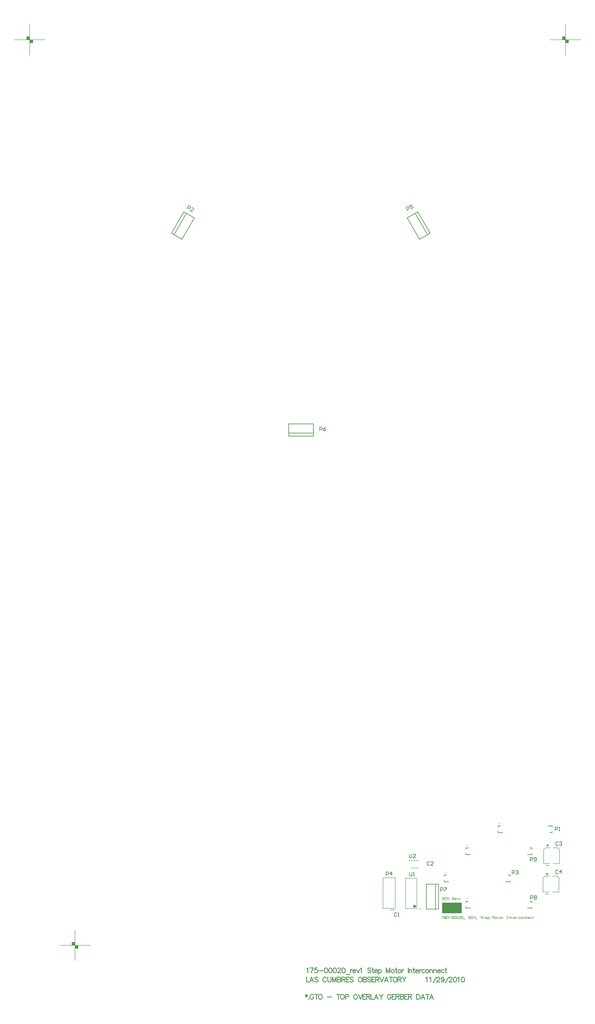
<source format=gto>
%FSLAX23Y23*%
%MOIN*%
G70*
G01*
G75*
G04 Layer_Color=65535*
%ADD10R,0.050X0.050*%
%ADD11R,0.030X0.125*%
%ADD12R,0.022X0.085*%
%ADD13O,0.024X0.010*%
%ADD14R,0.071X0.075*%
%ADD15O,0.069X0.012*%
%ADD16R,0.050X0.050*%
%ADD17C,0.030*%
%ADD18C,0.020*%
%ADD19C,0.010*%
%ADD20C,0.005*%
%ADD21C,0.012*%
%ADD22C,0.008*%
%ADD23C,0.012*%
%ADD24C,0.012*%
%ADD25C,0.134*%
%ADD26P,0.084X4X165.0*%
%ADD27C,0.059*%
%ADD28R,0.059X0.059*%
%ADD29R,0.059X0.059*%
%ADD30C,0.047*%
%ADD31C,0.024*%
%ADD32P,0.084X4X285.0*%
%ADD33C,0.050*%
%ADD34C,0.040*%
%ADD35C,0.174*%
%ADD36C,0.075*%
%ADD37C,0.087*%
G04:AMPARAMS|DCode=38|XSize=95.433mil|YSize=95.433mil|CornerRadius=0mil|HoleSize=0mil|Usage=FLASHONLY|Rotation=0.000|XOffset=0mil|YOffset=0mil|HoleType=Round|Shape=Relief|Width=10mil|Gap=10mil|Entries=4|*
%AMTHD38*
7,0,0,0.095,0.075,0.010,45*
%
%ADD38THD38*%
%ADD39C,0.068*%
G04:AMPARAMS|DCode=40|XSize=70mil|YSize=70mil|CornerRadius=0mil|HoleSize=0mil|Usage=FLASHONLY|Rotation=0.000|XOffset=0mil|YOffset=0mil|HoleType=Round|Shape=Relief|Width=10mil|Gap=10mil|Entries=4|*
%AMTHD40*
7,0,0,0.070,0.050,0.010,45*
%
%ADD40THD40*%
G04:AMPARAMS|DCode=41|XSize=88mil|YSize=88mil|CornerRadius=0mil|HoleSize=0mil|Usage=FLASHONLY|Rotation=0.000|XOffset=0mil|YOffset=0mil|HoleType=Round|Shape=Relief|Width=10mil|Gap=10mil|Entries=4|*
%AMTHD41*
7,0,0,0.088,0.068,0.010,45*
%
%ADD41THD41*%
%ADD42C,0.075*%
%ADD43C,0.010*%
%ADD44C,0.010*%
%ADD45C,0.024*%
%ADD46C,0.007*%
%ADD47C,0.008*%
%ADD48R,0.323X0.177*%
D19*
X41694Y21064D02*
X41686D01*
X41694D01*
Y21939D02*
X41686D01*
X41694D01*
X42222Y22299D02*
X42214D01*
X42222D01*
X41339Y21494D02*
X41331D01*
X41339D01*
X40836Y32267D02*
X41039Y31917D01*
X40909Y31842D02*
X41082Y31942D01*
X40706Y32192D02*
X40879Y32292D01*
X40706Y32192D02*
X40909Y31842D01*
X40879Y32292D02*
X41082Y31942D01*
X38768Y28674D02*
X39173D01*
X38768Y28824D02*
X38768Y28624D01*
X39173D02*
Y28824D01*
X38768D02*
X39173D01*
X38768Y28624D02*
X39173D01*
X41170Y20896D02*
Y21301D01*
X41020Y20896D02*
X41220D01*
X41020Y21301D02*
X41220D01*
X41020Y20896D02*
Y21301D01*
X41220Y20896D02*
Y21301D01*
X41666Y20911D02*
X41741D01*
X42674D02*
X42745D01*
X42713Y21021D02*
X42745D01*
X41666Y21021D02*
X41705Y21021D01*
X41666Y21001D02*
Y21021D01*
Y20934D02*
X41666Y20911D01*
X42745Y20997D02*
Y21021D01*
Y20911D02*
X42745Y20926D01*
X41666Y21786D02*
X41741D01*
X42674D02*
X42745D01*
X42713Y21896D02*
X42745D01*
X41666D02*
X41705D01*
X41666Y21876D02*
Y21896D01*
X41666Y21809D02*
X41666Y21786D01*
X42745Y21872D02*
Y21896D01*
Y21786D02*
Y21801D01*
X42194Y22146D02*
X42269D01*
X43041D02*
X43076D01*
X43005Y22256D02*
X43076D01*
X42194D02*
X42234D01*
X42194Y22236D02*
Y22256D01*
Y22146D02*
Y22169D01*
X43076Y22232D02*
Y22256D01*
Y22146D02*
Y22161D01*
X41311Y21341D02*
X41386D01*
X42319D02*
X42390D01*
X42358Y21451D02*
X42390D01*
X41311D02*
X41350D01*
X41311Y21431D02*
Y21451D01*
Y21341D02*
Y21364D01*
X42390Y21427D02*
Y21451D01*
X42390Y21356D02*
X42390Y21341D01*
X36894Y31916D02*
X37097Y32267D01*
X37054Y32292D02*
X37227Y32192D01*
X36851Y31941D02*
X37024Y31841D01*
X37227Y32192D01*
X36851Y31941D02*
X37054Y32292D01*
X40742Y21791D02*
Y21741D01*
X40752Y21731D01*
X40772D01*
X40782Y21741D01*
Y21791D01*
X40842Y21731D02*
X40802D01*
X40842Y21771D01*
Y21781D01*
X40832Y21791D01*
X40812D01*
X40802Y21781D01*
X40746Y21495D02*
Y21445D01*
X40756Y21435D01*
X40776D01*
X40786Y21445D01*
Y21495D01*
X40806Y21435D02*
X40826D01*
X40816D01*
Y21495D01*
X40806Y21485D01*
X42719Y21679D02*
Y21739D01*
X42749D01*
X42759Y21729D01*
Y21709D01*
X42749Y21699D01*
X42719D01*
X42779Y21689D02*
X42789Y21679D01*
X42809D01*
X42819Y21689D01*
Y21729D01*
X42809Y21739D01*
X42789D01*
X42779Y21729D01*
Y21719D01*
X42789Y21709D01*
X42819D01*
X42721Y21055D02*
Y21115D01*
X42751D01*
X42761Y21105D01*
Y21085D01*
X42751Y21075D01*
X42721D01*
X42781Y21105D02*
X42791Y21115D01*
X42811D01*
X42821Y21105D01*
Y21095D01*
X42811Y21085D01*
X42821Y21075D01*
Y21065D01*
X42811Y21055D01*
X42791D01*
X42781Y21065D01*
Y21075D01*
X42791Y21085D01*
X42781Y21095D01*
Y21105D01*
X42791Y21085D02*
X42811D01*
X41253Y21185D02*
Y21245D01*
X41283D01*
X41293Y21235D01*
Y21215D01*
X41283Y21205D01*
X41253D01*
X41313Y21245D02*
X41353D01*
Y21235D01*
X41313Y21195D01*
Y21185D01*
X39275Y28712D02*
Y28772D01*
X39305D01*
X39315Y28762D01*
Y28742D01*
X39305Y28732D01*
X39275D01*
X39375Y28772D02*
X39355Y28762D01*
X39335Y28742D01*
Y28722D01*
X39345Y28712D01*
X39365D01*
X39375Y28722D01*
Y28732D01*
X39365Y28742D01*
X39335D01*
X40718Y32307D02*
X40688Y32359D01*
X40714Y32374D01*
X40727Y32370D01*
X40737Y32353D01*
X40734Y32339D01*
X40708Y32324D01*
X40774Y32409D02*
X40740Y32389D01*
X40755Y32363D01*
X40767Y32382D01*
X40775Y32387D01*
X40789Y32383D01*
X40799Y32366D01*
X40795Y32352D01*
X40778Y32342D01*
X40764Y32346D01*
X40362Y21442D02*
Y21502D01*
X40392D01*
X40402Y21492D01*
Y21472D01*
X40392Y21462D01*
X40362D01*
X40452Y21442D02*
Y21502D01*
X40422Y21472D01*
X40462D01*
X42423Y21463D02*
Y21523D01*
X42453D01*
X42463Y21513D01*
Y21493D01*
X42453Y21483D01*
X42423D01*
X42483Y21513D02*
X42493Y21523D01*
X42513D01*
X42523Y21513D01*
Y21503D01*
X42513Y21493D01*
X42503D01*
X42513D01*
X42523Y21483D01*
Y21473D01*
X42513Y21463D01*
X42493D01*
X42483Y21473D01*
X37106Y32341D02*
X37136Y32393D01*
X37162Y32378D01*
X37165Y32364D01*
X37155Y32347D01*
X37142Y32343D01*
X37116Y32358D01*
X37192Y32291D02*
X37157Y32311D01*
X37212Y32326D01*
X37217Y32334D01*
X37213Y32348D01*
X37196Y32358D01*
X37182Y32354D01*
X43126Y22175D02*
Y22235D01*
X43156D01*
X43166Y22225D01*
Y22205D01*
X43156Y22195D01*
X43126D01*
X43186Y22175D02*
X43206D01*
X43196D01*
Y22235D01*
X43186Y22225D01*
X43176Y21520D02*
X43166Y21530D01*
X43146D01*
X43136Y21520D01*
Y21480D01*
X43146Y21470D01*
X43166D01*
X43176Y21480D01*
X43226Y21470D02*
Y21530D01*
X43196Y21500D01*
X43236D01*
X43176Y21984D02*
X43166Y21994D01*
X43146D01*
X43136Y21984D01*
Y21944D01*
X43146Y21934D01*
X43166D01*
X43176Y21944D01*
X43196Y21984D02*
X43206Y21994D01*
X43226D01*
X43236Y21984D01*
Y21974D01*
X43226Y21964D01*
X43216D01*
X43226D01*
X43236Y21954D01*
Y21944D01*
X43226Y21934D01*
X43206D01*
X43196Y21944D01*
X41074Y21658D02*
X41064Y21668D01*
X41044D01*
X41034Y21658D01*
Y21618D01*
X41044Y21608D01*
X41064D01*
X41074Y21618D01*
X41134Y21608D02*
X41094D01*
X41134Y21648D01*
Y21658D01*
X41124Y21668D01*
X41104D01*
X41094Y21658D01*
X40536Y20824D02*
X40526Y20834D01*
X40506D01*
X40496Y20824D01*
Y20784D01*
X40506Y20774D01*
X40526D01*
X40536Y20784D01*
X40556Y20774D02*
X40576D01*
X40566D01*
Y20834D01*
X40556Y20824D01*
X43013Y21468D02*
X42973D01*
X42993Y21448D02*
Y21488D01*
X43010Y21141D02*
X42970D01*
X43023Y21933D02*
X42983D01*
X43003Y21913D02*
Y21953D01*
X43020Y21606D02*
X42980D01*
D20*
X41274Y20776D02*
X41301D01*
Y20769D01*
X41274Y20742D01*
Y20736D01*
X41314Y20769D02*
X41321Y20776D01*
X41334D01*
X41341Y20769D01*
Y20762D01*
X41334Y20756D01*
X41341Y20749D01*
Y20742D01*
X41334Y20736D01*
X41321D01*
X41314Y20742D01*
Y20749D01*
X41321Y20756D01*
X41314Y20762D01*
Y20769D01*
X41321Y20756D02*
X41334D01*
X41354Y20769D02*
X41361Y20776D01*
X41374D01*
X41381Y20769D01*
Y20742D01*
X41374Y20736D01*
X41361D01*
X41354Y20742D01*
Y20769D01*
X41394Y20756D02*
X41421D01*
X41434Y20769D02*
X41441Y20776D01*
X41454D01*
X41461Y20769D01*
Y20742D01*
X41454Y20736D01*
X41441D01*
X41434Y20742D01*
Y20769D01*
X41474D02*
X41481Y20776D01*
X41494D01*
X41501Y20769D01*
Y20742D01*
X41494Y20736D01*
X41481D01*
X41474Y20742D01*
Y20769D01*
X41514D02*
X41521Y20776D01*
X41534D01*
X41541Y20769D01*
Y20742D01*
X41534Y20736D01*
X41521D01*
X41514Y20742D01*
Y20769D01*
X41581Y20736D02*
X41554D01*
X41581Y20762D01*
Y20769D01*
X41574Y20776D01*
X41561D01*
X41554Y20769D01*
X41621Y20776D02*
X41594D01*
Y20756D01*
X41607Y20762D01*
X41614D01*
X41621Y20756D01*
Y20742D01*
X41614Y20736D01*
X41601D01*
X41594Y20742D01*
X41641Y20729D02*
X41647Y20736D01*
Y20742D01*
X41641D01*
Y20736D01*
X41647D01*
X41641Y20729D01*
X41634Y20722D01*
X41741Y20769D02*
X41734Y20776D01*
X41721D01*
X41714Y20769D01*
Y20762D01*
X41721Y20756D01*
X41734D01*
X41741Y20749D01*
Y20742D01*
X41734Y20736D01*
X41721D01*
X41714Y20742D01*
X41781Y20769D02*
X41774Y20776D01*
X41761D01*
X41754Y20769D01*
Y20742D01*
X41761Y20736D01*
X41774D01*
X41781Y20742D01*
X41794Y20776D02*
Y20736D01*
Y20756D01*
X41821D01*
Y20776D01*
Y20736D01*
X41841Y20729D02*
X41847Y20736D01*
Y20742D01*
X41841D01*
Y20736D01*
X41847D01*
X41841Y20729D01*
X41834Y20722D01*
X41940Y20769D02*
X41934Y20776D01*
X41920D01*
X41914Y20769D01*
Y20762D01*
X41920Y20756D01*
X41934D01*
X41940Y20749D01*
Y20742D01*
X41934Y20736D01*
X41920D01*
X41914Y20742D01*
X41960Y20769D02*
Y20762D01*
X41954D01*
X41967D01*
X41960D01*
Y20742D01*
X41967Y20736D01*
X42007D02*
X41994D01*
X41987Y20742D01*
Y20756D01*
X41994Y20762D01*
X42007D01*
X42014Y20756D01*
Y20749D01*
X41987D01*
X42027Y20722D02*
Y20762D01*
X42047D01*
X42054Y20756D01*
Y20742D01*
X42047Y20736D01*
X42027D01*
X42107D02*
Y20776D01*
X42120Y20762D01*
X42134Y20776D01*
Y20736D01*
X42154D02*
X42167D01*
X42174Y20742D01*
Y20756D01*
X42167Y20762D01*
X42154D01*
X42147Y20756D01*
Y20742D01*
X42154Y20736D01*
X42194Y20769D02*
Y20762D01*
X42187D01*
X42200D01*
X42194D01*
Y20742D01*
X42200Y20736D01*
X42227D02*
X42240D01*
X42247Y20742D01*
Y20756D01*
X42240Y20762D01*
X42227D01*
X42220Y20756D01*
Y20742D01*
X42227Y20736D01*
X42260Y20762D02*
Y20736D01*
Y20749D01*
X42267Y20756D01*
X42274Y20762D01*
X42280D01*
X42340Y20776D02*
X42354D01*
X42347D01*
Y20736D01*
X42340D01*
X42354D01*
X42374D02*
Y20762D01*
X42394D01*
X42400Y20756D01*
Y20736D01*
X42420Y20769D02*
Y20762D01*
X42414D01*
X42427D01*
X42420D01*
Y20742D01*
X42427Y20736D01*
X42467D02*
X42454D01*
X42447Y20742D01*
Y20756D01*
X42454Y20762D01*
X42467D01*
X42474Y20756D01*
Y20749D01*
X42447D01*
X42487Y20762D02*
Y20736D01*
Y20749D01*
X42494Y20756D01*
X42500Y20762D01*
X42507D01*
X42554D02*
X42534D01*
X42527Y20756D01*
Y20742D01*
X42534Y20736D01*
X42554D01*
X42574D02*
X42587D01*
X42594Y20742D01*
Y20756D01*
X42587Y20762D01*
X42574D01*
X42567Y20756D01*
Y20742D01*
X42574Y20736D01*
X42607D02*
Y20762D01*
X42627D01*
X42634Y20756D01*
Y20736D01*
X42647D02*
Y20762D01*
X42667D01*
X42674Y20756D01*
Y20736D01*
X42707D02*
X42694D01*
X42687Y20742D01*
Y20756D01*
X42694Y20762D01*
X42707D01*
X42714Y20756D01*
Y20749D01*
X42687D01*
X42754Y20762D02*
X42734D01*
X42727Y20756D01*
Y20742D01*
X42734Y20736D01*
X42754D01*
X42774Y20769D02*
Y20762D01*
X42767D01*
X42780D01*
X42774D01*
Y20742D01*
X42780Y20736D01*
X41313Y21076D02*
X41306Y21083D01*
X41293D01*
X41286Y21076D01*
Y21070D01*
X41293Y21063D01*
X41306D01*
X41313Y21056D01*
Y21050D01*
X41306Y21043D01*
X41293D01*
X41286Y21050D01*
X41352Y21076D02*
X41346Y21083D01*
X41332D01*
X41326Y21076D01*
Y21050D01*
X41332Y21043D01*
X41346D01*
X41352Y21050D01*
X41366Y21083D02*
Y21043D01*
Y21063D01*
X41392D01*
Y21083D01*
Y21043D01*
X41446D02*
Y21083D01*
X41466D01*
X41472Y21076D01*
Y21063D01*
X41466Y21056D01*
X41446D01*
X41459D02*
X41472Y21043D01*
X41506D02*
X41492D01*
X41486Y21050D01*
Y21063D01*
X41492Y21070D01*
X41506D01*
X41512Y21063D01*
Y21056D01*
X41486D01*
X41526Y21070D02*
X41539Y21043D01*
X41552Y21070D01*
X41566D02*
X41572D01*
Y21063D01*
X41566D01*
Y21070D01*
Y21050D02*
X41572D01*
Y21043D01*
X41566D01*
Y21050D01*
D21*
X39060Y19499D02*
Y19453D01*
X39041Y19488D02*
X39079Y19465D01*
Y19488D02*
X39041Y19465D01*
X39099Y19427D02*
X39095Y19423D01*
X39099Y19419D01*
X39103Y19423D01*
X39099Y19427D01*
X39177Y19480D02*
X39173Y19488D01*
X39166Y19495D01*
X39158Y19499D01*
X39143D01*
X39135Y19495D01*
X39128Y19488D01*
X39124Y19480D01*
X39120Y19469D01*
Y19450D01*
X39124Y19438D01*
X39128Y19431D01*
X39135Y19423D01*
X39143Y19419D01*
X39158D01*
X39166Y19423D01*
X39173Y19431D01*
X39177Y19438D01*
Y19450D01*
X39158D02*
X39177D01*
X39222Y19499D02*
Y19419D01*
X39196Y19499D02*
X39249D01*
X39281D02*
X39274Y19495D01*
X39266Y19488D01*
X39262Y19480D01*
X39258Y19469D01*
Y19450D01*
X39262Y19438D01*
X39266Y19431D01*
X39274Y19423D01*
X39281Y19419D01*
X39297D01*
X39304Y19423D01*
X39312Y19431D01*
X39316Y19438D01*
X39319Y19450D01*
Y19469D01*
X39316Y19480D01*
X39312Y19488D01*
X39304Y19495D01*
X39297Y19499D01*
X39281D01*
X39401Y19453D02*
X39469D01*
X39583Y19499D02*
Y19419D01*
X39556Y19499D02*
X39609D01*
X39642D02*
X39634Y19495D01*
X39626Y19488D01*
X39623Y19480D01*
X39619Y19469D01*
Y19450D01*
X39623Y19438D01*
X39626Y19431D01*
X39634Y19423D01*
X39642Y19419D01*
X39657D01*
X39664Y19423D01*
X39672Y19431D01*
X39676Y19438D01*
X39680Y19450D01*
Y19469D01*
X39676Y19480D01*
X39672Y19488D01*
X39664Y19495D01*
X39657Y19499D01*
X39642D01*
X39698Y19457D02*
X39733D01*
X39744Y19461D01*
X39748Y19465D01*
X39752Y19472D01*
Y19484D01*
X39748Y19492D01*
X39744Y19495D01*
X39733Y19499D01*
X39698D01*
Y19419D01*
X39855Y19499D02*
X39848Y19495D01*
X39840Y19488D01*
X39836Y19480D01*
X39832Y19469D01*
Y19450D01*
X39836Y19438D01*
X39840Y19431D01*
X39848Y19423D01*
X39855Y19419D01*
X39870D01*
X39878Y19423D01*
X39886Y19431D01*
X39890Y19438D01*
X39893Y19450D01*
Y19469D01*
X39890Y19480D01*
X39886Y19488D01*
X39878Y19495D01*
X39870Y19499D01*
X39855D01*
X39912D02*
X39942Y19419D01*
X39973Y19499D02*
X39942Y19419D01*
X40033Y19499D02*
X39983D01*
Y19419D01*
X40033D01*
X39983Y19461D02*
X40014D01*
X40046Y19499D02*
Y19419D01*
Y19499D02*
X40080D01*
X40092Y19495D01*
X40096Y19492D01*
X40099Y19484D01*
Y19476D01*
X40096Y19469D01*
X40092Y19465D01*
X40080Y19461D01*
X40046D01*
X40073D02*
X40099Y19419D01*
X40117Y19499D02*
Y19419D01*
X40163D01*
X40233D02*
X40202Y19499D01*
X40172Y19419D01*
X40183Y19446D02*
X40221D01*
X40251Y19499D02*
X40282Y19461D01*
Y19419D01*
X40312Y19499D02*
X40282Y19461D01*
X40443Y19480D02*
X40439Y19488D01*
X40431Y19495D01*
X40424Y19499D01*
X40408D01*
X40401Y19495D01*
X40393Y19488D01*
X40389Y19480D01*
X40385Y19469D01*
Y19450D01*
X40389Y19438D01*
X40393Y19431D01*
X40401Y19423D01*
X40408Y19419D01*
X40424D01*
X40431Y19423D01*
X40439Y19431D01*
X40443Y19438D01*
Y19450D01*
X40424D02*
X40443D01*
X40510Y19499D02*
X40461D01*
Y19419D01*
X40510D01*
X40461Y19461D02*
X40491D01*
X40524Y19499D02*
Y19419D01*
Y19499D02*
X40558D01*
X40569Y19495D01*
X40573Y19492D01*
X40577Y19484D01*
Y19476D01*
X40573Y19469D01*
X40569Y19465D01*
X40558Y19461D01*
X40524D01*
X40550D02*
X40577Y19419D01*
X40595Y19499D02*
Y19419D01*
Y19499D02*
X40629D01*
X40641Y19495D01*
X40644Y19492D01*
X40648Y19484D01*
Y19476D01*
X40644Y19469D01*
X40641Y19465D01*
X40629Y19461D01*
X40595D02*
X40629D01*
X40641Y19457D01*
X40644Y19453D01*
X40648Y19446D01*
Y19434D01*
X40644Y19427D01*
X40641Y19423D01*
X40629Y19419D01*
X40595D01*
X40716Y19499D02*
X40666D01*
Y19419D01*
X40716D01*
X40666Y19461D02*
X40697D01*
X40729Y19499D02*
Y19419D01*
Y19499D02*
X40763D01*
X40775Y19495D01*
X40778Y19492D01*
X40782Y19484D01*
Y19476D01*
X40778Y19469D01*
X40775Y19465D01*
X40763Y19461D01*
X40729D01*
X40756D02*
X40782Y19419D01*
X40863Y19499D02*
Y19419D01*
Y19499D02*
X40890D01*
X40901Y19495D01*
X40909Y19488D01*
X40913Y19480D01*
X40916Y19469D01*
Y19450D01*
X40913Y19438D01*
X40909Y19431D01*
X40901Y19423D01*
X40890Y19419D01*
X40863D01*
X40995D02*
X40965Y19499D01*
X40934Y19419D01*
X40946Y19446D02*
X40984D01*
X41041Y19499D02*
Y19419D01*
X41014Y19499D02*
X41067D01*
X41138Y19419D02*
X41107Y19499D01*
X41077Y19419D01*
X41088Y19446D02*
X41126D01*
D22*
X40484Y20874D02*
Y20890D01*
Y20882D01*
X40434D01*
X40443Y20874D01*
X35245Y20325D02*
X35255D01*
X35245Y20320D02*
Y20330D01*
Y20320D02*
X35255D01*
Y20330D01*
X35245D02*
X35255D01*
X35240Y20315D02*
Y20330D01*
Y20315D02*
X35260D01*
Y20335D01*
X35240D02*
X35260D01*
X35235Y20310D02*
Y20335D01*
Y20310D02*
X35265D01*
Y20340D01*
X35235D02*
X35265D01*
X35230Y20305D02*
Y20345D01*
Y20305D02*
X35270D01*
Y20345D01*
X35230D02*
X35270D01*
X35295Y20275D02*
X35305D01*
X35295Y20270D02*
Y20280D01*
Y20270D02*
X35305D01*
Y20280D01*
X35295D02*
X35305D01*
X35290Y20265D02*
Y20280D01*
Y20265D02*
X35310D01*
Y20285D01*
X35290D02*
X35310D01*
X35285Y20260D02*
Y20285D01*
Y20260D02*
X35315D01*
Y20290D01*
X35285D02*
X35315D01*
X35280Y20255D02*
Y20295D01*
Y20255D02*
X35320D01*
Y20295D01*
X35280D02*
X35320D01*
X35275Y20250D02*
X35325D01*
Y20300D01*
X35225Y20350D02*
X35275D01*
X35225Y20300D02*
Y20350D01*
X35275Y20050D02*
Y20550D01*
X35025Y20300D02*
X35525D01*
X43265Y35125D02*
X43275D01*
X43265Y35120D02*
Y35130D01*
Y35120D02*
X43275D01*
Y35130D01*
X43265D02*
X43275D01*
X43260Y35115D02*
Y35130D01*
Y35115D02*
X43280D01*
Y35135D01*
X43260D02*
X43280D01*
X43255Y35110D02*
Y35135D01*
Y35110D02*
X43285D01*
Y35140D01*
X43255D02*
X43285D01*
X43250Y35105D02*
Y35145D01*
Y35105D02*
X43290D01*
Y35145D01*
X43250D02*
X43290D01*
X43315Y35075D02*
X43325D01*
X43315Y35070D02*
Y35080D01*
Y35070D02*
X43325D01*
Y35080D01*
X43315D02*
X43325D01*
X43310Y35065D02*
Y35080D01*
Y35065D02*
X43330D01*
Y35085D01*
X43310D02*
X43330D01*
X43305Y35060D02*
Y35085D01*
Y35060D02*
X43335D01*
Y35090D01*
X43305D02*
X43335D01*
X43300Y35055D02*
Y35095D01*
Y35055D02*
X43340D01*
Y35095D01*
X43300D02*
X43340D01*
X43295Y35050D02*
X43345D01*
Y35100D01*
X43245Y35150D02*
X43295D01*
X43245Y35100D02*
Y35150D01*
X43295Y34850D02*
Y35350D01*
X43045Y35100D02*
X43545D01*
X34505Y35125D02*
X34515D01*
X34505Y35120D02*
Y35130D01*
Y35120D02*
X34515D01*
Y35130D01*
X34505D02*
X34515D01*
X34500Y35115D02*
Y35130D01*
Y35115D02*
X34520D01*
Y35135D01*
X34500D02*
X34520D01*
X34495Y35110D02*
Y35135D01*
Y35110D02*
X34525D01*
Y35140D01*
X34495D02*
X34525D01*
X34490Y35105D02*
Y35145D01*
Y35105D02*
X34530D01*
Y35145D01*
X34490D02*
X34530D01*
X34555Y35075D02*
X34565D01*
X34555Y35070D02*
Y35080D01*
Y35070D02*
X34565D01*
Y35080D01*
X34555D02*
X34565D01*
X34550Y35065D02*
Y35080D01*
Y35065D02*
X34570D01*
Y35085D01*
X34550D02*
X34570D01*
X34545Y35060D02*
Y35085D01*
Y35060D02*
X34575D01*
Y35090D01*
X34545D02*
X34575D01*
X34540Y35055D02*
Y35095D01*
Y35055D02*
X34580D01*
Y35095D01*
X34540D02*
X34580D01*
X34535Y35050D02*
X34585D01*
Y35100D01*
X34485Y35150D02*
X34535D01*
X34485Y35100D02*
Y35150D01*
X34535Y34850D02*
Y35350D01*
X34285Y35100D02*
X34785D01*
D23*
X39062Y19780D02*
Y19700D01*
X39107D01*
X39177D02*
X39147Y19780D01*
X39116Y19700D01*
X39127Y19726D02*
X39166D01*
X39249Y19768D02*
X39241Y19776D01*
X39230Y19780D01*
X39215D01*
X39203Y19776D01*
X39196Y19768D01*
Y19761D01*
X39199Y19753D01*
X39203Y19749D01*
X39211Y19745D01*
X39234Y19738D01*
X39241Y19734D01*
X39245Y19730D01*
X39249Y19723D01*
Y19711D01*
X39241Y19704D01*
X39230Y19700D01*
X39215D01*
X39203Y19704D01*
X39196Y19711D01*
X39387Y19761D02*
X39383Y19768D01*
X39375Y19776D01*
X39368Y19780D01*
X39353D01*
X39345Y19776D01*
X39337Y19768D01*
X39334Y19761D01*
X39330Y19749D01*
Y19730D01*
X39334Y19719D01*
X39337Y19711D01*
X39345Y19704D01*
X39353Y19700D01*
X39368D01*
X39375Y19704D01*
X39383Y19711D01*
X39387Y19719D01*
X39409Y19780D02*
Y19723D01*
X39413Y19711D01*
X39421Y19704D01*
X39432Y19700D01*
X39440D01*
X39451Y19704D01*
X39459Y19711D01*
X39463Y19723D01*
Y19780D01*
X39485D02*
Y19700D01*
Y19780D02*
X39515Y19700D01*
X39546Y19780D02*
X39515Y19700D01*
X39546Y19780D02*
Y19700D01*
X39569Y19780D02*
Y19700D01*
Y19780D02*
X39603D01*
X39614Y19776D01*
X39618Y19772D01*
X39622Y19764D01*
Y19757D01*
X39618Y19749D01*
X39614Y19745D01*
X39603Y19742D01*
X39569D02*
X39603D01*
X39614Y19738D01*
X39618Y19734D01*
X39622Y19726D01*
Y19715D01*
X39618Y19707D01*
X39614Y19704D01*
X39603Y19700D01*
X39569D01*
X39640Y19780D02*
Y19700D01*
Y19780D02*
X39674D01*
X39685Y19776D01*
X39689Y19772D01*
X39693Y19764D01*
Y19757D01*
X39689Y19749D01*
X39685Y19745D01*
X39674Y19742D01*
X39640D01*
X39666D02*
X39693Y19700D01*
X39760Y19780D02*
X39711D01*
Y19700D01*
X39760D01*
X39711Y19742D02*
X39741D01*
X39827Y19768D02*
X39820Y19776D01*
X39808Y19780D01*
X39793D01*
X39781Y19776D01*
X39774Y19768D01*
Y19761D01*
X39778Y19753D01*
X39781Y19749D01*
X39789Y19745D01*
X39812Y19738D01*
X39820Y19734D01*
X39823Y19730D01*
X39827Y19723D01*
Y19711D01*
X39820Y19704D01*
X39808Y19700D01*
X39793D01*
X39781Y19704D01*
X39774Y19711D01*
X39931Y19780D02*
X39923Y19776D01*
X39916Y19768D01*
X39912Y19761D01*
X39908Y19749D01*
Y19730D01*
X39912Y19719D01*
X39916Y19711D01*
X39923Y19704D01*
X39931Y19700D01*
X39946D01*
X39954Y19704D01*
X39961Y19711D01*
X39965Y19719D01*
X39969Y19730D01*
Y19749D01*
X39965Y19761D01*
X39961Y19768D01*
X39954Y19776D01*
X39946Y19780D01*
X39931D01*
X39987D02*
Y19700D01*
Y19780D02*
X40022D01*
X40033Y19776D01*
X40037Y19772D01*
X40041Y19764D01*
Y19757D01*
X40037Y19749D01*
X40033Y19745D01*
X40022Y19742D01*
X39987D02*
X40022D01*
X40033Y19738D01*
X40037Y19734D01*
X40041Y19726D01*
Y19715D01*
X40037Y19707D01*
X40033Y19704D01*
X40022Y19700D01*
X39987D01*
X40112Y19768D02*
X40104Y19776D01*
X40093Y19780D01*
X40078D01*
X40066Y19776D01*
X40059Y19768D01*
Y19761D01*
X40063Y19753D01*
X40066Y19749D01*
X40074Y19745D01*
X40097Y19738D01*
X40104Y19734D01*
X40108Y19730D01*
X40112Y19723D01*
Y19711D01*
X40104Y19704D01*
X40093Y19700D01*
X40078D01*
X40066Y19704D01*
X40059Y19711D01*
X40179Y19780D02*
X40130D01*
Y19700D01*
X40179D01*
X40130Y19742D02*
X40160D01*
X40193Y19780D02*
Y19700D01*
Y19780D02*
X40227D01*
X40238Y19776D01*
X40242Y19772D01*
X40246Y19764D01*
Y19757D01*
X40242Y19749D01*
X40238Y19745D01*
X40227Y19742D01*
X40193D01*
X40219D02*
X40246Y19700D01*
X40264Y19780D02*
X40294Y19700D01*
X40325Y19780D02*
X40294Y19700D01*
X40396D02*
X40366Y19780D01*
X40335Y19700D01*
X40347Y19726D02*
X40385D01*
X40441Y19780D02*
Y19700D01*
X40415Y19780D02*
X40468D01*
X40501D02*
X40493Y19776D01*
X40485Y19768D01*
X40481Y19761D01*
X40478Y19749D01*
Y19730D01*
X40481Y19719D01*
X40485Y19711D01*
X40493Y19704D01*
X40501Y19700D01*
X40516D01*
X40523Y19704D01*
X40531Y19711D01*
X40535Y19719D01*
X40539Y19730D01*
Y19749D01*
X40535Y19761D01*
X40531Y19768D01*
X40523Y19776D01*
X40516Y19780D01*
X40501D01*
X40557D02*
Y19700D01*
Y19780D02*
X40592D01*
X40603Y19776D01*
X40607Y19772D01*
X40611Y19764D01*
Y19757D01*
X40607Y19749D01*
X40603Y19745D01*
X40592Y19742D01*
X40557D01*
X40584D02*
X40611Y19700D01*
X40629Y19780D02*
X40659Y19742D01*
Y19700D01*
X40689Y19780D02*
X40659Y19742D01*
X41014Y19764D02*
X41022Y19768D01*
X41033Y19780D01*
Y19700D01*
X41073Y19764D02*
X41080Y19768D01*
X41092Y19780D01*
Y19700D01*
X41131Y19688D02*
X41185Y19780D01*
X41194Y19761D02*
Y19764D01*
X41198Y19772D01*
X41201Y19776D01*
X41209Y19780D01*
X41224D01*
X41232Y19776D01*
X41236Y19772D01*
X41239Y19764D01*
Y19757D01*
X41236Y19749D01*
X41228Y19738D01*
X41190Y19700D01*
X41243D01*
X41311Y19753D02*
X41307Y19742D01*
X41299Y19734D01*
X41288Y19730D01*
X41284D01*
X41273Y19734D01*
X41265Y19742D01*
X41261Y19753D01*
Y19757D01*
X41265Y19768D01*
X41273Y19776D01*
X41284Y19780D01*
X41288D01*
X41299Y19776D01*
X41307Y19768D01*
X41311Y19753D01*
Y19734D01*
X41307Y19715D01*
X41299Y19704D01*
X41288Y19700D01*
X41280D01*
X41269Y19704D01*
X41265Y19711D01*
X41332Y19688D02*
X41386Y19780D01*
X41395Y19761D02*
Y19764D01*
X41399Y19772D01*
X41402Y19776D01*
X41410Y19780D01*
X41425D01*
X41433Y19776D01*
X41437Y19772D01*
X41441Y19764D01*
Y19757D01*
X41437Y19749D01*
X41429Y19738D01*
X41391Y19700D01*
X41444D01*
X41485Y19780D02*
X41474Y19776D01*
X41466Y19764D01*
X41462Y19745D01*
Y19734D01*
X41466Y19715D01*
X41474Y19704D01*
X41485Y19700D01*
X41493D01*
X41504Y19704D01*
X41512Y19715D01*
X41516Y19734D01*
Y19745D01*
X41512Y19764D01*
X41504Y19776D01*
X41493Y19780D01*
X41485D01*
X41533Y19764D02*
X41541Y19768D01*
X41552Y19780D01*
Y19700D01*
X41615Y19780D02*
X41604Y19776D01*
X41596Y19764D01*
X41592Y19745D01*
Y19734D01*
X41596Y19715D01*
X41604Y19704D01*
X41615Y19700D01*
X41623D01*
X41634Y19704D01*
X41642Y19715D01*
X41645Y19734D01*
Y19745D01*
X41642Y19764D01*
X41634Y19776D01*
X41623Y19780D01*
X41615D01*
D24*
X39062Y19915D02*
X39069Y19918D01*
X39081Y19930D01*
Y19850D01*
X39174Y19930D02*
X39135Y19850D01*
X39120Y19930D02*
X39174D01*
X39237D02*
X39199D01*
X39195Y19895D01*
X39199Y19899D01*
X39211Y19903D01*
X39222D01*
X39233Y19899D01*
X39241Y19892D01*
X39245Y19880D01*
Y19873D01*
X39241Y19861D01*
X39233Y19854D01*
X39222Y19850D01*
X39211D01*
X39199Y19854D01*
X39195Y19857D01*
X39191Y19865D01*
X39263Y19884D02*
X39331D01*
X39378Y19930D02*
X39366Y19926D01*
X39359Y19915D01*
X39355Y19895D01*
Y19884D01*
X39359Y19865D01*
X39366Y19854D01*
X39378Y19850D01*
X39385D01*
X39397Y19854D01*
X39404Y19865D01*
X39408Y19884D01*
Y19895D01*
X39404Y19915D01*
X39397Y19926D01*
X39385Y19930D01*
X39378D01*
X39449D02*
X39438Y19926D01*
X39430Y19915D01*
X39426Y19895D01*
Y19884D01*
X39430Y19865D01*
X39438Y19854D01*
X39449Y19850D01*
X39457D01*
X39468Y19854D01*
X39476Y19865D01*
X39479Y19884D01*
Y19895D01*
X39476Y19915D01*
X39468Y19926D01*
X39457Y19930D01*
X39449D01*
X39520D02*
X39509Y19926D01*
X39501Y19915D01*
X39497Y19895D01*
Y19884D01*
X39501Y19865D01*
X39509Y19854D01*
X39520Y19850D01*
X39528D01*
X39539Y19854D01*
X39547Y19865D01*
X39551Y19884D01*
Y19895D01*
X39547Y19915D01*
X39539Y19926D01*
X39528Y19930D01*
X39520D01*
X39572Y19911D02*
Y19915D01*
X39576Y19922D01*
X39580Y19926D01*
X39588Y19930D01*
X39603D01*
X39610Y19926D01*
X39614Y19922D01*
X39618Y19915D01*
Y19907D01*
X39614Y19899D01*
X39607Y19888D01*
X39569Y19850D01*
X39622D01*
X39663Y19930D02*
X39651Y19926D01*
X39644Y19915D01*
X39640Y19895D01*
Y19884D01*
X39644Y19865D01*
X39651Y19854D01*
X39663Y19850D01*
X39670D01*
X39682Y19854D01*
X39689Y19865D01*
X39693Y19884D01*
Y19895D01*
X39689Y19915D01*
X39682Y19926D01*
X39670Y19930D01*
X39663D01*
X39711Y19823D02*
X39772D01*
X39782Y19903D02*
Y19850D01*
Y19880D02*
X39786Y19892D01*
X39794Y19899D01*
X39801Y19903D01*
X39813D01*
X39820Y19880D02*
X39866D01*
Y19888D01*
X39862Y19895D01*
X39858Y19899D01*
X39850Y19903D01*
X39839D01*
X39831Y19899D01*
X39824Y19892D01*
X39820Y19880D01*
Y19873D01*
X39824Y19861D01*
X39831Y19854D01*
X39839Y19850D01*
X39850D01*
X39858Y19854D01*
X39866Y19861D01*
X39883Y19903D02*
X39906Y19850D01*
X39928Y19903D02*
X39906Y19850D01*
X39941Y19915D02*
X39949Y19918D01*
X39960Y19930D01*
Y19850D01*
X40116Y19918D02*
X40109Y19926D01*
X40097Y19930D01*
X40082D01*
X40071Y19926D01*
X40063Y19918D01*
Y19911D01*
X40067Y19903D01*
X40071Y19899D01*
X40078Y19895D01*
X40101Y19888D01*
X40109Y19884D01*
X40112Y19880D01*
X40116Y19873D01*
Y19861D01*
X40109Y19854D01*
X40097Y19850D01*
X40082D01*
X40071Y19854D01*
X40063Y19861D01*
X40146Y19930D02*
Y19865D01*
X40149Y19854D01*
X40157Y19850D01*
X40165D01*
X40134Y19903D02*
X40161D01*
X40176Y19880D02*
X40222D01*
Y19888D01*
X40218Y19895D01*
X40214Y19899D01*
X40206Y19903D01*
X40195D01*
X40187Y19899D01*
X40180Y19892D01*
X40176Y19880D01*
Y19873D01*
X40180Y19861D01*
X40187Y19854D01*
X40195Y19850D01*
X40206D01*
X40214Y19854D01*
X40222Y19861D01*
X40239Y19903D02*
Y19823D01*
Y19892D02*
X40246Y19899D01*
X40254Y19903D01*
X40266D01*
X40273Y19899D01*
X40281Y19892D01*
X40285Y19880D01*
Y19873D01*
X40281Y19861D01*
X40273Y19854D01*
X40266Y19850D01*
X40254D01*
X40246Y19854D01*
X40239Y19861D01*
X40365Y19930D02*
Y19850D01*
Y19930D02*
X40395Y19850D01*
X40425Y19930D02*
X40395Y19850D01*
X40425Y19930D02*
Y19850D01*
X40467Y19903D02*
X40460Y19899D01*
X40452Y19892D01*
X40448Y19880D01*
Y19873D01*
X40452Y19861D01*
X40460Y19854D01*
X40467Y19850D01*
X40479D01*
X40486Y19854D01*
X40494Y19861D01*
X40498Y19873D01*
Y19880D01*
X40494Y19892D01*
X40486Y19899D01*
X40479Y19903D01*
X40467D01*
X40527Y19930D02*
Y19865D01*
X40531Y19854D01*
X40538Y19850D01*
X40546D01*
X40515Y19903D02*
X40542D01*
X40576D02*
X40569Y19899D01*
X40561Y19892D01*
X40557Y19880D01*
Y19873D01*
X40561Y19861D01*
X40569Y19854D01*
X40576Y19850D01*
X40588D01*
X40595Y19854D01*
X40603Y19861D01*
X40607Y19873D01*
Y19880D01*
X40603Y19892D01*
X40595Y19899D01*
X40588Y19903D01*
X40576D01*
X40624D02*
Y19850D01*
Y19880D02*
X40628Y19892D01*
X40636Y19899D01*
X40643Y19903D01*
X40655D01*
X40725Y19930D02*
Y19850D01*
X40742Y19903D02*
Y19850D01*
Y19888D02*
X40753Y19899D01*
X40761Y19903D01*
X40772D01*
X40780Y19899D01*
X40784Y19888D01*
Y19850D01*
X40816Y19930D02*
Y19865D01*
X40820Y19854D01*
X40827Y19850D01*
X40835D01*
X40804Y19903D02*
X40831D01*
X40846Y19880D02*
X40892D01*
Y19888D01*
X40888Y19895D01*
X40884Y19899D01*
X40877Y19903D01*
X40865D01*
X40858Y19899D01*
X40850Y19892D01*
X40846Y19880D01*
Y19873D01*
X40850Y19861D01*
X40858Y19854D01*
X40865Y19850D01*
X40877D01*
X40884Y19854D01*
X40892Y19861D01*
X40909Y19903D02*
Y19850D01*
Y19880D02*
X40913Y19892D01*
X40921Y19899D01*
X40928Y19903D01*
X40940D01*
X40993Y19892D02*
X40985Y19899D01*
X40977Y19903D01*
X40966D01*
X40958Y19899D01*
X40951Y19892D01*
X40947Y19880D01*
Y19873D01*
X40951Y19861D01*
X40958Y19854D01*
X40966Y19850D01*
X40977D01*
X40985Y19854D01*
X40993Y19861D01*
X41029Y19903D02*
X41021Y19899D01*
X41014Y19892D01*
X41010Y19880D01*
Y19873D01*
X41014Y19861D01*
X41021Y19854D01*
X41029Y19850D01*
X41040D01*
X41048Y19854D01*
X41055Y19861D01*
X41059Y19873D01*
Y19880D01*
X41055Y19892D01*
X41048Y19899D01*
X41040Y19903D01*
X41029D01*
X41077D02*
Y19850D01*
Y19888D02*
X41088Y19899D01*
X41096Y19903D01*
X41107D01*
X41115Y19899D01*
X41119Y19888D01*
Y19850D01*
X41140Y19903D02*
Y19850D01*
Y19888D02*
X41151Y19899D01*
X41159Y19903D01*
X41170D01*
X41178Y19899D01*
X41182Y19888D01*
Y19850D01*
X41202Y19880D02*
X41248D01*
Y19888D01*
X41244Y19895D01*
X41241Y19899D01*
X41233Y19903D01*
X41222D01*
X41214Y19899D01*
X41206Y19892D01*
X41202Y19880D01*
Y19873D01*
X41206Y19861D01*
X41214Y19854D01*
X41222Y19850D01*
X41233D01*
X41241Y19854D01*
X41248Y19861D01*
X41311Y19892D02*
X41303Y19899D01*
X41296Y19903D01*
X41284D01*
X41277Y19899D01*
X41269Y19892D01*
X41265Y19880D01*
Y19873D01*
X41269Y19861D01*
X41277Y19854D01*
X41284Y19850D01*
X41296D01*
X41303Y19854D01*
X41311Y19861D01*
X41340Y19930D02*
Y19865D01*
X41343Y19854D01*
X41351Y19850D01*
X41359D01*
X41328Y19903D02*
X41355D01*
D43*
X40986Y21579D02*
D03*
X40667Y20816D02*
D03*
D44*
X40747Y21685D02*
X40739Y21690D01*
Y21681D01*
X40747Y21685D01*
X40922Y20895D02*
X40914Y20899D01*
Y20890D01*
X40922Y20895D01*
D45*
X40839Y20940D02*
X40835Y20949D01*
X40825Y20951D01*
X40817Y20945D01*
Y20935D01*
X40825Y20928D01*
X40835Y20931D01*
X40839Y20940D01*
D46*
X42930Y21171D02*
Y21401D01*
X42960Y21431D01*
X43035D01*
X43085D02*
X43160D01*
X43190Y21401D01*
Y21171D02*
Y21401D01*
X43085Y21171D02*
X43190D01*
X42930D02*
X43035D01*
X42940Y21636D02*
Y21866D01*
X42970Y21896D01*
X43045D01*
X43095D02*
X43170D01*
X43200Y21866D01*
Y21636D02*
Y21866D01*
X43095Y21636D02*
X43200D01*
X42940D02*
X43045D01*
D47*
X40894Y21686D02*
Y21687D01*
Y21565D02*
Y21566D01*
X40771Y21565D02*
X40894D01*
X40771D02*
Y21566D01*
Y21686D02*
Y21687D01*
X40894D01*
X40682Y21397D02*
X40867D01*
X40682Y20900D02*
X40867D01*
X40682D02*
Y21397D01*
X40867D02*
X40867Y20900D01*
X40514Y20904D02*
Y21404D01*
X40314Y20904D02*
Y21404D01*
Y20904D02*
X40514D01*
X40314Y21404D02*
X40514D01*
D48*
X41439Y20911D02*
D03*
M02*

</source>
